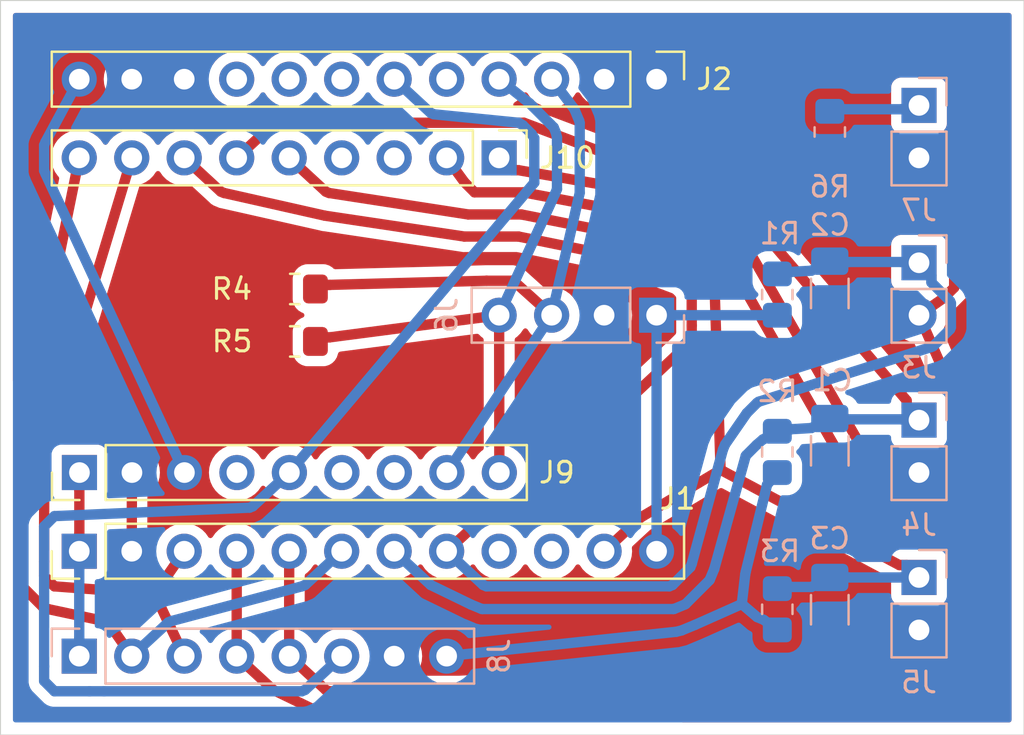
<source format=kicad_pcb>
(kicad_pcb (version 20240108) (generator "pcbnew") (generator_version "8.0")
  (layers (0 "F.Cu" signal) (31 "B.Cu" signal) (34 "B.Paste" user) (35 "F.Paste" user) (36 "B.SilkS" user "B.Silkscreen") (37 "F.SilkS" user "F.Silkscreen") (38 "B.Mask" user) (39 "F.Mask" user) (44 "Edge.Cuts" user))
  (net 0 "")
  (net 1 "/THERM2")
  (net 2 "GND")
  (net 3 "/THERM1")
  (net 4 "/THERM3")
  (net 6 "/GPIO25_8")
  (net 7 "+5V")
  (net 11 "/GPIO27_RX")
  (net 12 "/GPIO26_7")
  (net 14 "/GPIO33_TX")
  (net 15 "+3.3V")
  (net 16 "/GPIO2")
  (net 17 "/SDA")
  (net 19 "/SCL")
  (net 20 "/SSR")
  (net 21 "/GPIO3")
  (net 22 "/GPIO1")
  (net 23 "/GPIO4")
  (net 24 "/GPIO10")
  (net 25 "/GPIO9")
  (footprint "Resistor_SMD:R_0805_2012Metric_Pad1.20x1.40mm_HandSolder" (layer "F.Cu") (at 58.69 109.22)
    (property "Reference" "R4" (at -3.048 0 0) (layer "F.SilkS"))
    (property "Value" "4.7k")
    (pad "1" smd roundrect (at -1 0) (size 1.2 1.4) (layers "F.Cu" "F.Paste" "F.Mask") (roundrect_rratio 0.208333) (net 15 "+3.3V"))
    (pad "2" smd roundrect (at 1 0) (size 1.2 1.4) (layers "F.Cu" "F.Paste" "F.Mask") (roundrect_rratio 0.208333) (net 17 "/SDA"))
  )
  (footprint "Connector_PinHeader_2.54mm:PinHeader_1x09_P2.54mm_Vertical" (layer "F.Cu") (at 48.27 118.11 90)
    (property "Reference" "J9" (at 0 23.104 180) (layer "F.SilkS"))
    (property "Value" "S3-ZERO-POWERSIDE")
    (pad "1" thru_hole rect (at 0 0 90) (size 1.7 1.7) (drill 1) (layers "*.Cu" "*.Mask") (net 7 "+5V"))
    (pad "2" thru_hole oval (at 0 2.54 90) (size 1.7 1.7) (drill 1) (layers "*.Cu" "*.Mask") (net 2 "GND"))
    (pad "3" thru_hole oval (at 0 5.08 90) (size 1.7 1.7) (drill 1) (layers "*.Cu" "*.Mask") (net 15 "+3.3V"))
    (pad "4" thru_hole oval (at 0 7.62 90) (size 1.7 1.7) (drill 1) (layers "*.Cu" "*.Mask") (net 22 "/GPIO1"))
    (pad "5" thru_hole oval (at 0 10.16 90) (size 1.7 1.7) (drill 1) (layers "*.Cu" "*.Mask") (net 16 "/GPIO2"))
    (pad "6" thru_hole oval (at 0 12.7 90) (size 1.7 1.7) (drill 1) (layers "*.Cu" "*.Mask") (net 21 "/GPIO3"))
    (pad "7" thru_hole oval (at 0 15.24 90) (size 1.7 1.7) (drill 1) (layers "*.Cu" "*.Mask") (net 23 "/GPIO4"))
    (pad "8" thru_hole oval (at 0 17.78 90) (size 1.7 1.7) (drill 1) (layers "*.Cu" "*.Mask") (net 17 "/SDA"))
    (pad "9" thru_hole oval (at 0 20.32 90) (size 1.7 1.7) (drill 1) (layers "*.Cu" "*.Mask") (net 19 "/SCL"))
  )
  (footprint "Connector_PinHeader_2.54mm:PinHeader_1x12_P2.54mm_Vertical" (layer "F.Cu") (at 76.2 99.06 -90)
    (property "Reference" "J2" (at 0 -2.794 0) (layer "F.SilkS"))
    (property "Value" "T Display Empty Side")
    (pad "1" thru_hole rect (at 0 0 270) (size 1.7 1.7) (drill 1) (layers "*.Cu" "*.Mask") (net 2 "GND"))
    (pad "2" thru_hole oval (at 0 2.54 270) (size 1.7 1.7) (drill 1) (layers "*.Cu" "*.Mask") (net 2 "GND"))
    (pad "3" thru_hole oval (at 0 5.08 270) (size 1.7 1.7) (drill 1) (layers "*.Cu" "*.Mask") (net 17 "/SDA"))
    (pad "4" thru_hole oval (at 0 7.62 270) (size 1.7 1.7) (drill 1) (layers "*.Cu" "*.Mask") (net 19 "/SCL"))
    (pad "5" thru_hole oval (at 0 10.16 270) (size 1.7 1.7) (drill 1) (layers "*.Cu" "*.Mask"))
    (pad "6" thru_hole oval (at 0 12.7 270) (size 1.7 1.7) (drill 1) (layers "*.Cu" "*.Mask") (net 16 "/GPIO2"))
    (pad "7" thru_hole oval (at 0 15.24 270) (size 1.7 1.7) (drill 1) (layers "*.Cu" "*.Mask"))
    (pad "8" thru_hole oval (at 0 17.78 270) (size 1.7 1.7) (drill 1) (layers "*.Cu" "*.Mask"))
    (pad "9" thru_hole oval (at 0 20.32 270) (size 1.7 1.7) (drill 1) (layers "*.Cu" "*.Mask"))
    (pad "10" thru_hole oval (at 0 22.86 270) (size 1.7 1.7) (drill 1) (layers "*.Cu" "*.Mask") (net 2 "GND"))
    (pad "11" thru_hole oval (at 0 25.4 270) (size 1.7 1.7) (drill 1) (layers "*.Cu" "*.Mask") (net 2 "GND"))
    (pad "12" thru_hole oval (at 0 27.94 270) (size 1.7 1.7) (drill 1) (layers "*.Cu" "*.Mask") (net 15 "+3.3V"))
  )
  (footprint "Connector_PinHeader_2.54mm:PinHeader_1x12_P2.54mm_Vertical" (layer "F.Cu") (at 48.26 121.92 90)
    (property "Reference" "J1" (at 2.54 28.956 180) (layer "F.SilkS"))
    (property "Value" "T Display RST Side")
    (pad "1" thru_hole rect (at 0 0 90) (size 1.7 1.7) (drill 1) (layers "*.Cu" "*.Mask") (net 7 "+5V"))
    (pad "2" thru_hole oval (at 0 2.54 90) (size 1.7 1.7) (drill 1) (layers "*.Cu" "*.Mask") (net 2 "GND"))
    (pad "3" thru_hole oval (at 0 5.08 90) (size 1.7 1.7) (drill 1) (layers "*.Cu" "*.Mask") (net 11 "/GPIO27_RX"))
    (pad "4" thru_hole oval (at 0 7.62 90) (size 1.7 1.7) (drill 1) (layers "*.Cu" "*.Mask") (net 12 "/GPIO26_7"))
    (pad "5" thru_hole oval (at 0 10.16 90) (size 1.7 1.7) (drill 1) (layers "*.Cu" "*.Mask") (net 6 "/GPIO25_8"))
    (pad "6" thru_hole oval (at 0 12.7 90) (size 1.7 1.7) (drill 1) (layers "*.Cu" "*.Mask") (net 14 "/GPIO33_TX"))
    (pad "7" thru_hole oval (at 0 15.24 90) (size 1.7 1.7) (drill 1) (layers "*.Cu" "*.Mask") (net 1 "/THERM2"))
    (pad "8" thru_hole oval (at 0 17.78 90) (size 1.7 1.7) (drill 1) (layers "*.Cu" "*.Mask") (net 3 "/THERM1"))
    (pad "9" thru_hole oval (at 0 20.32 90) (size 1.7 1.7) (drill 1) (layers "*.Cu" "*.Mask"))
    (pad "10" thru_hole oval (at 0 22.86 90) (size 1.7 1.7) (drill 1) (layers "*.Cu" "*.Mask"))
    (pad "11" thru_hole oval (at 0 25.4 90) (size 1.7 1.7) (drill 1) (layers "*.Cu" "*.Mask") (net 4 "/THERM3"))
    (pad "12" thru_hole oval (at 0 27.94 90) (size 1.7 1.7) (drill 1) (layers "*.Cu" "*.Mask") (net 15 "+3.3V"))
  )
  (footprint "Connector_PinHeader_2.54mm:PinHeader_1x09_P2.54mm_Vertical" (layer "F.Cu") (at 68.58 102.87 -90)
    (property "Reference" "J10" (at 0 -3.302 0) (layer "F.SilkS"))
    (property "Value" "S3-ZERO-SERIALSIDE")
    (pad "1" thru_hole rect (at 0 0 270) (size 1.7 1.7) (drill 1) (layers "*.Cu" "*.Mask") (net 12 "/GPIO26_7"))
    (pad "2" thru_hole oval (at 0 2.54 270) (size 1.7 1.7) (drill 1) (layers "*.Cu" "*.Mask") (net 6 "/GPIO25_8"))
    (pad "3" thru_hole oval (at 0 5.08 270) (size 1.7 1.7) (drill 1) (layers "*.Cu" "*.Mask") (net 25 "/GPIO9"))
    (pad "4" thru_hole oval (at 0 7.62 270) (size 1.7 1.7) (drill 1) (layers "*.Cu" "*.Mask") (net 24 "/GPIO10"))
    (pad "5" thru_hole oval (at 0 10.16 270) (size 1.7 1.7) (drill 1) (layers "*.Cu" "*.Mask") (net 4 "/THERM3"))
    (pad "6" thru_hole oval (at 0 12.7 270) (size 1.7 1.7) (drill 1) (layers "*.Cu" "*.Mask") (net 1 "/THERM2"))
    (pad "7" thru_hole oval (at 0 15.24 270) (size 1.7 1.7) (drill 1) (layers "*.Cu" "*.Mask") (net 3 "/THERM1"))
    (pad "8" thru_hole oval (at 0 17.78 270) (size 1.7 1.7) (drill 1) (layers "*.Cu" "*.Mask") (net 11 "/GPIO27_RX"))
    (pad "9" thru_hole oval (at 0 20.32 270) (size 1.7 1.7) (drill 1) (layers "*.Cu" "*.Mask") (net 14 "/GPIO33_TX"))
  )
  (footprint "Resistor_SMD:R_0805_2012Metric_Pad1.20x1.40mm_HandSolder" (layer "F.Cu") (at 58.69 111.76)
    (property "Reference" "R5" (at -3.032 0 0) (layer "F.SilkS"))
    (property "Value" "4.7k")
    (pad "1" smd roundrect (at -1 0) (size 1.2 1.4) (layers "F.Cu" "F.Paste" "F.Mask") (roundrect_rratio 0.208333) (net 15 "+3.3V"))
    (pad "2" smd roundrect (at 1 0) (size 1.2 1.4) (layers "F.Cu" "F.Paste" "F.Mask") (roundrect_rratio 0.208333) (net 19 "/SCL"))
  )
  (footprint "Capacitor_SMD:C_1206_3216Metric_Pad1.33x1.80mm_HandSolder" (layer "B.Cu") (at 84.582 109.4355 -90)
    (property "Reference" "C2" (at -3.318 0 0) (layer "B.SilkS") (effects (justify mirror)))
    (property "Value" "10uf")
    (pad "1" smd roundrect (at -1.5625 0 270) (size 1.325 1.8) (layers "B.Cu" "B.Paste" "B.Mask") (roundrect_rratio 0.188679) (net 3 "/THERM1"))
    (pad "2" smd roundrect (at 1.5625 0 270) (size 1.325 1.8) (layers "B.Cu" "B.Paste" "B.Mask") (roundrect_rratio 0.188679) (net 2 "GND"))
  )
  (footprint "Connector_PinHeader_2.54mm:PinHeader_1x08_P2.54mm_Vertical" (layer "B.Cu") (at 48.26 127 -90)
    (property "Reference" "J8" (at 0 -20.32 90) (layer "B.SilkS") (effects (justify mirror)))
    (property "Value" "Breakout")
    (pad "1" thru_hole rect (at 0 0 270) (size 1.7 1.7) (drill 1) (layers "*.Cu" "*.Mask") (net 7 "+5V"))
    (pad "2" thru_hole oval (at 0 -2.54 270) (size 1.7 1.7) (drill 1) (layers "*.Cu" "*.Mask") (net 14 "/GPIO33_TX"))
    (pad "3" thru_hole oval (at 0 -5.08 270) (size 1.7 1.7) (drill 1) (layers "*.Cu" "*.Mask") (net 11 "/GPIO27_RX"))
    (pad "4" thru_hole oval (at 0 -7.62 270) (size 1.7 1.7) (drill 1) (layers "*.Cu" "*.Mask") (net 12 "/GPIO26_7"))
    (pad "5" thru_hole oval (at 0 -10.16 270) (size 1.7 1.7) (drill 1) (layers "*.Cu" "*.Mask") (net 6 "/GPIO25_8"))
    (pad "6" thru_hole oval (at 0 -12.7 270) (size 1.7 1.7) (drill 1) (layers "*.Cu" "*.Mask") (net 16 "/GPIO2"))
    (pad "7" thru_hole oval (at 0 -15.24 270) (size 1.7 1.7) (drill 1) (layers "*.Cu" "*.Mask") (net 2 "GND"))
    (pad "8" thru_hole oval (at 0 -17.78 270) (size 1.7 1.7) (drill 1) (layers "*.Cu" "*.Mask") (net 15 "+3.3V"))
  )
  (footprint "Connector_PinHeader_2.54mm:PinHeader_1x02_P2.54mm_Vertical" (layer "B.Cu") (at 88.9 123.19 180)
    (property "Reference" "J5" (at 0 -5.08 0) (layer "B.SilkS") (effects (justify mirror)))
    (property "Value" "T3")
    (pad "1" thru_hole rect (at 0 0 180) (size 1.7 1.7) (drill 1) (layers "*.Cu" "*.Mask") (net 4 "/THERM3"))
    (pad "2" thru_hole oval (at 0 -2.54 180) (size 1.7 1.7) (drill 1) (layers "*.Cu" "*.Mask") (net 2 "GND"))
  )
  (footprint "Connector_PinHeader_2.54mm:PinHeader_1x02_P2.54mm_Vertical" (layer "B.Cu") (at 88.9 115.57 180)
    (property "Reference" "J4" (at 0 -5.08 0) (layer "B.SilkS") (effects (justify mirror)))
    (property "Value" "T2")
    (pad "1" thru_hole rect (at 0 0 180) (size 1.7 1.7) (drill 1) (layers "*.Cu" "*.Mask") (net 1 "/THERM2"))
    (pad "2" thru_hole oval (at 0 -2.54 180) (size 1.7 1.7) (drill 1) (layers "*.Cu" "*.Mask") (net 2 "GND"))
  )
  (footprint "Connector_PinHeader_2.54mm:PinHeader_1x04_P2.54mm_Vertical" (layer "B.Cu") (at 76.2 110.49 90)
    (property "Reference" "J6" (at 0 -10.16 90) (layer "B.SilkS") (effects (justify mirror)))
    (property "Value" "I2C")
    (pad "1" thru_hole rect (at 0 0 90) (size 1.7 1.7) (drill 1) (layers "*.Cu" "*.Mask") (net 15 "+3.3V"))
    (pad "2" thru_hole oval (at 0 -2.54 90) (size 1.7 1.7) (drill 1) (layers "*.Cu" "*.Mask") (net 2 "GND"))
    (pad "3" thru_hole oval (at 0 -5.08 90) (size 1.7 1.7) (drill 1) (layers "*.Cu" "*.Mask") (net 17 "/SDA"))
    (pad "4" thru_hole oval (at 0 -7.62 90) (size 1.7 1.7) (drill 1) (layers "*.Cu" "*.Mask") (net 19 "/SCL"))
  )
  (footprint "Capacitor_SMD:C_1206_3216Metric_Pad1.33x1.80mm_HandSolder" (layer "B.Cu") (at 84.582 124.7525 -90)
    (property "Reference" "C3" (at -3.445 0 0) (layer "B.SilkS") (effects (justify mirror)))
    (property "Value" "10uf")
    (pad "1" smd roundrect (at -1.5625 0 270) (size 1.325 1.8) (layers "B.Cu" "B.Paste" "B.Mask") (roundrect_rratio 0.188679) (net 4 "/THERM3"))
    (pad "2" smd roundrect (at 1.5625 0 270) (size 1.325 1.8) (layers "B.Cu" "B.Paste" "B.Mask") (roundrect_rratio 0.188679) (net 2 "GND"))
  )
  (footprint "Resistor_SMD:R_0805_2012Metric_Pad1.20x1.40mm_HandSolder" (layer "B.Cu") (at 82.042 117.11 -90)
    (property "Reference" "R2" (at -2.937 0 0) (layer "B.SilkS") (effects (justify mirror)))
    (property "Value" "2k")
    (pad "1" smd roundrect (at -1 0 270) (size 1.2 1.4) (layers "B.Cu" "B.Paste" "B.Mask") (roundrect_rratio 0.208333) (net 1 "/THERM2"))
    (pad "2" smd roundrect (at 1 0 270) (size 1.2 1.4) (layers "B.Cu" "B.Paste" "B.Mask") (roundrect_rratio 0.208333) (net 15 "+3.3V"))
  )
  (footprint "Resistor_SMD:R_0805_2012Metric_Pad1.20x1.40mm_HandSolder" (layer "B.Cu") (at 82.042 109.49 -90)
    (property "Reference" "R1" (at -2.953 -0.127 0) (layer "B.SilkS") (effects (justify mirror)))
    (property "Value" "1k")
    (pad "1" smd roundrect (at -1 0 270) (size 1.2 1.4) (layers "B.Cu" "B.Paste" "B.Mask") (roundrect_rratio 0.208333) (net 3 "/THERM1"))
    (pad "2" smd roundrect (at 1 0 270) (size 1.2 1.4) (layers "B.Cu" "B.Paste" "B.Mask") (roundrect_rratio 0.208333) (net 15 "+3.3V"))
  )
  (footprint "Connector_PinHeader_2.54mm:PinHeader_1x02_P2.54mm_Vertical" (layer "B.Cu") (at 88.9 100.33 180)
    (property "Reference" "J7" (at 0 -5.08 0) (layer "B.SilkS") (effects (justify mirror)))
    (property "Value" "SSR")
    (pad "1" thru_hole rect (at 0 0 180) (size 1.7 1.7) (drill 1) (layers "*.Cu" "*.Mask") (net 20 "/SSR"))
    (pad "2" thru_hole oval (at 0 -2.54 180) (size 1.7 1.7) (drill 1) (layers "*.Cu" "*.Mask") (net 2 "GND"))
  )
  (footprint "Resistor_SMD:R_0805_2012Metric_Pad1.20x1.40mm_HandSolder" (layer "B.Cu") (at 82.042 124.73 -90)
    (property "Reference" "R3" (at -2.81 -0.127 0) (layer "B.SilkS") (effects (justify mirror)))
    (property "Value" "5k")
    (pad "1" smd roundrect (at -1 0 270) (size 1.2 1.4) (layers "B.Cu" "B.Paste" "B.Mask") (roundrect_rratio 0.208333) (net 4 "/THERM3"))
    (pad "2" smd roundrect (at 1 0 270) (size 1.2 1.4) (layers "B.Cu" "B.Paste" "B.Mask") (roundrect_rratio 0.208333) (net 15 "+3.3V"))
  )
  (footprint "Resistor_SMD:R_0805_2012Metric_Pad1.20x1.40mm_HandSolder" (layer "B.Cu") (at 84.582 101.616 90)
    (property "Reference" "R6" (at -2.651 0 0) (layer "B.SilkS") (effects (justify mirror)))
    (property "Value" "4.7k")
    (pad "1" smd roundrect (at -1 0 90) (size 1.2 1.4) (layers "B.Cu" "B.Paste" "B.Mask") (roundrect_rratio 0.208333) (net 2 "GND"))
    (pad "2" smd roundrect (at 1 0 90) (size 1.2 1.4) (layers "B.Cu" "B.Paste" "B.Mask") (roundrect_rratio 0.208333) (net 20 "/SSR"))
  )
  (footprint "Capacitor_SMD:C_1206_3216Metric_Pad1.33x1.80mm_HandSolder" (layer "B.Cu") (at 84.582 117.0555 -90)
    (property "Reference" "C1" (at -3.4065 -0.127 0) (layer "B.SilkS") (effects (justify mirror)))
    (property "Value" "10uf")
    (pad "1" smd roundrect (at -1.5625 0 270) (size 1.325 1.8) (layers "B.Cu" "B.Paste" "B.Mask") (roundrect_rratio 0.188679) (net 1 "/THERM2"))
    (pad "2" smd roundrect (at 1.5625 0 270) (size 1.325 1.8) (layers "B.Cu" "B.Paste" "B.Mask") (roundrect_rratio 0.188679) (net 2 "GND"))
  )
  (footprint "Connector_PinHeader_2.54mm:PinHeader_1x02_P2.54mm_Vertical" (layer "B.Cu") (at 88.9 107.95 180)
    (property "Reference" "J3" (at 0 -5.08 0) (layer "B.SilkS") (effects (justify mirror)))
    (property "Value" "T1")
    (pad "1" thru_hole rect (at 0 0 180) (size 1.7 1.7) (drill 1) (layers "*.Cu" "*.Mask") (net 3 "/THERM1"))
    (pad "2" thru_hole oval (at 0 -2.54 180) (size 1.7 1.7) (drill 1) (layers "*.Cu" "*.Mask") (net 2 "GND"))
  )
  (gr_line (start 44.45 95.25) (end 44.45 130.81) (stroke (width 0.05)) (layer "Edge.Cuts"))
  (gr_line (start 93.98 130.81) (end 93.98 95.25) (stroke (width 0.05)) (layer "Edge.Cuts"))
  (gr_line (start 93.98 95.25) (end 44.45 95.25) (stroke (width 0.05)) (layer "Edge.Cuts"))
  (gr_line (start 44.45 130.81) (end 93.98 130.81) (stroke (width 0.05)) (layer "Edge.Cuts"))
  (segment (start 88.3 114.6164) (end 88.3 114.72) (width 0.5) (layer "F.Cu") (net 1))
  (segment (start 79.525 104.8691) (end 79.965 105.1325) (width 0.5) (layer "F.Cu") (net 1))
  (segment (start 79.5132 104.863) (end 79.525 104.8691) (width 0.5) (layer "F.Cu") (net 1))
  (segment (start 88.3 114.72) (end 88.3 114.97) (width 0.5) (layer "F.Cu") (net 1))
  (segment (start 81.5445 106.7071) (end 88.3 114.6164) (width 0.5) (layer "F.Cu") (net 1))
  (segment (start 79.9829 105.1455) (end 81.5445 106.7071) (width 0.5) (layer "F.Cu") (net 1))
  (segment (start 57.649 101.2352) (end 57.8063 101.17) (width 0.5) (layer "F.Cu") (net 1))
  (segment (start 67.3779 101.17) (end 68.0821 101.17) (width 0.5) (layer "F.Cu") (net 1))
  (segment (start 69.7821 101.17) (end 78.6912 104.5223) (width 0.5) (layer "F.Cu") (net 1))
  (segment (start 55.88 102.87) (end 57.649 101.2352) (width 0.5) (layer "F.Cu") (net 1))
  (segment (start 68.0821 101.17) (end 69.7821 101.17) (width 0.5) (layer "F.Cu") (net 1))
  (segment (start 78.6912 104.5223) (end 79.5132 104.863) (width 0.5) (layer "F.Cu") (net 1))
  (segment (start 88.3 114.97) (end 88.9 115.57) (width 0.5) (layer "F.Cu") (net 1))
  (segment (start 79.965 105.1325) (end 79.9829 105.1455) (width 0.5) (layer "F.Cu") (net 1))
  (segment (start 57.8063 101.17) (end 67.3779 101.17) (width 0.5) (layer "F.Cu") (net 1))
  (segment (start 78.9875 122.7842) (end 78.7801 123.2843) (width 0.5) (layer "B.Cu") (net 1))
  (segment (start 82.042 116.11) (end 81.3506 116.508) (width 0.5) (layer "B.Cu") (net 1))
  (segment (start 88.05 115.5315) (end 85.483 115.5315) (width 0.5) (layer "B.Cu") (net 1))
  (segment (start 78.7801 123.2843) (end 78.7538 123.3282) (width 0.5) (layer "B.Cu") (net 1))
  (segment (start 67.7655 124.72) (end 67.7158 124.7075) (width 0.5) (layer "B.Cu") (net 1))
  (segment (start 81.3506 116.508) (end 81.3403 116.508) (width 0.5) (layer "B.Cu") (net 1))
  (segment (start 77.0145 124.72) (end 75.3855 124.72) (width 0.5) (layer "B.Cu") (net 1))
  (segment (start 80.5102 117.3119) (end 78.9875 122.7842) (width 0.5) (layer "B.Cu") (net 1))
  (segment (start 88.3 115.5315) (end 88.05 115.5315) (width 0.5) (layer "B.Cu") (net 1))
  (segment (start 80.5374 117.2712) (end 80.5102 117.3119) (width 0.5) (layer "B.Cu") (net 1))
  (segment (start 81.3403 116.508) (end 81.0353 116.7733) (width 0.5) (layer "B.Cu") (net 1))
  (segment (start 78.7538 123.3282) (end 77.6082 124.4738) (width 0.5) (layer "B.Cu") (net 1))
  (segment (start 65.269 123.5548) (end 63.5 121.92) (width 0.5) (layer "B.Cu") (net 1))
  (segment (start 77.5643 124.5001) (end 77.0642 124.7075) (width 0.5) (layer "B.Cu") (net 1))
  (segment (start 81.0353 116.7733) (end 80.5374 117.2712) (width 0.5) (layer "B.Cu") (net 1))
  (segment (start 67.2157 124.5001) (end 65.269 123.5548) (width 0.5) (layer "B.Cu") (net 1))
  (segment (start 82.493 116.01) (end 82.042 116.11) (width 0.5) (layer "B.Cu") (net 1))
  (segment (start 88.9 115.57) (end 88.3 115.5315) (width 0.5) (layer "B.Cu") (net 1))
  (segment (start 75.3855 124.72) (end 67.7655 124.72) (width 0.5) (layer "B.Cu") (net 1))
  (segment (start 82.743 116.01) (end 82.493 116.01) (width 0.5) (layer "B.Cu") (net 1))
  (segment (start 83.6906 115.9535) (end 82.743 116.01) (width 0.5) (layer "B.Cu") (net 1))
  (segment (start 84.582 115.493) (end 83.6906 115.9535) (width 0.5) (layer "B.Cu") (net 1))
  (segment (start 77.0642 124.7075) (end 77.0145 124.72) (width 0.5) (layer "B.Cu") (net 1))
  (segment (start 77.6082 124.4738) (end 77.5643 124.5001) (width 0.5) (layer "B.Cu") (net 1))
  (segment (start 67.7158 124.7075) (end 67.2157 124.5001) (width 0.5) (layer "B.Cu") (net 1))
  (segment (start 85.483 115.5315) (end 85.233 115.5315) (width 0.5) (layer "B.Cu") (net 1))
  (segment (start 85.233 115.5315) (end 84.582 115.493) (width 0.5) (layer "B.Cu") (net 1))
  (segment (start 90.6 106.7479) (end 88.9 102.87) (width 0.5) (layer "F.Cu") (net 2))
  (segment (start 88.9 110.49) (end 90.1021 109.65) (width 0.5) (layer "F.Cu") (net 2))
  (segment (start 90.1021 109.65) (end 90.6 109.1521) (width 0.5) (layer "F.Cu") (net 2))
  (segment (start 88.9 110.49) (end 90.6 114.3679) (width 0.5) (layer "F.Cu") (net 2))
  (segment (start 90.6 116.7721) (end 90.1021 117.27) (width 0.5) (layer "F.Cu") (net 2))
  (segment (start 90.6 108.4479) (end 90.6 106.7479) (width 0.5) (layer "F.Cu") (net 2))
  (segment (start 90.1021 117.27) (end 88.9 118.11) (width 0.5) (layer "F.Cu") (net 2))
  (segment (start 50.8 121.92) (end 50.81 118.11) (width 0.5) (layer "F.Cu") (net 2))
  (segment (start 90.6 109.1521) (end 90.6 108.4479) (width 0.5) (layer "F.Cu") (net 2))
  (segment (start 90.6 114.3679) (end 90.6 116.0679) (width 0.5) (layer "F.Cu") (net 2))
  (segment (start 90.6 116.0679) (end 90.6 116.7721) (width 0.5) (layer "F.Cu") (net 2))
  (segment (start 90.1021 124.89) (end 90.6 124.3921) (width 0.5) (layer "B.Cu") (net 2))
  (segment (start 55.2663 97.36) (end 55.109 97.4252) (width 0.5) (layer "B.Cu") (net 2))
  (segment (start 45.46 103.6845) (end 45.4725 103.7342) (width 0.5) (layer "B.Cu") (net 2))
  (segment (start 85.483 126.1525) (end 85.233 126.1525) (width 0.5) (layer "B.Cu") (net 2))
  (segment (start 85.3866 102.716) (end 85.283 102.716) (width 0.5) (layer "B.Cu") (net 2))
  (segment (start 85.5866 110.8355) (end 85.483 110.8355) (width 0.5) (layer "B.Cu") (net 2))
  (segment (start 85.283 102.716) (end 85.033 102.716) (width 0.5) (layer "B.Cu") (net 2))
  (segment (start 73.66 99.06) (end 71.891 97.4252) (width 0.5) (layer "B.Cu") (net 2))
  (segment (start 45.46 102.0555) (end 45.46 103.6845) (width 0.5) (layer "B.Cu") (net 2))
  (segment (start 84.582 102.616) (end 83.8906 102.218) (width 0.5) (layer "B.Cu") (net 2))
  (segment (start 85.483 118.4555) (end 85.5866 118.4555) (width 0.5) (layer "B.Cu") (net 2))
  (segment (start 83.8803 102.218) (end 77.1536 99.66) (width 0.5) (layer "B.Cu") (net 2))
  (segment (start 53.34 99.06) (end 50.8 99.06) (width 0.5) (layer "B.Cu") (net 2))
  (segment (start 88.9 102.87) (end 85.3866 102.716) (width 0.5) (layer "B.Cu") (net 2))
  (segment (start 85.483 110.8355) (end 85.233 110.8355) (width 0.5) (layer "B.Cu") (net 2))
  (segment (start 83.6906 126.7755) (end 84.582 126.315) (width 0.5) (layer "B.Cu") (net 2))
  (segment (start 90.6 121.9879) (end 88.9 118.11) (width 0.5) (layer "B.Cu") (net 2))
  (segment (start 77.05 99.66) (end 76.8 99.66) (width 0.5) (layer "B.Cu") (net 2))
  (segment (start 85.033 102.716) (end 84.582 102.616) (width 0.5) (layer "B.Cu") (net 2))
  (segment (start 48.8737 97.36) (end 47.6463 97.36) (width 0.5) (layer "B.Cu") (net 2))
  (segment (start 85.233 126.1525) (end 84.582 126.315) (width 0.5) (layer "B.Cu") (net 2))
  (segment (start 65.4263 128.7) (end 66.6537 128.7) (width 0.5) (layer "B.Cu") (net 2))
  (segment (start 76.2 99.06) (end 75.6 99.06) (width 0.5) (layer "B.Cu") (net 2))
  (segment (start 49.031 97.4252) (end 48.8737 97.36) (width 0.5) (layer "B.Cu") (net 2))
  (segment (start 88.9 125.73) (end 85.5866 126.1525) (width 0.5) (layer "B.Cu") (net 2))
  (segment (start 45.4725 103.7342) (end 50.81 118.11) (width 0.5) (layer "B.Cu") (net 2))
  (segment (start 45.4725 102.0058) (end 45.46 102.0555) (width 0.5) (layer "B.Cu") (net 2))
  (segment (start 75.6 99.66) (end 76.2 99.06) (width 0.5) (layer "B.Cu") (net 2))
  (segment (start 83.6803 126.7755) (end 83.6906 126.7755) (width 0.5) (layer "B.Cu") (net 2))
  (segment (start 83.8906 102.218) (end 83.8803 102.218) (width 0.5) (layer "B.Cu") (net 2))
  (segment (start 46.6252 98.289) (end 46.56 98.4463) (width 0.5) (layer "B.Cu") (net 2))
  (segment (start 85.233 110.8355) (end 84.582 110.998) (width 0.5) (layer "B.Cu") (net 2))
  (segment (start 85.5866 118.4555) (end 88.9 118.11) (width 0.5) (layer "B.Cu") (net 2))
  (segment (start 85.5866 126.1525) (end 85.483 126.1525) (width 0.5) (layer "B.Cu") (net 2))
  (segment (start 46.56 98.4463) (end 45.4725 102.0058) (width 0.5) (layer "B.Cu") (net 2))
  (segment (start 76.8 99.66) (end 76.2 99.06) (width 0.5) (layer "B.Cu") (net 2))
  (segment (start 88.9 110.49) (end 85.5866 110.8355) (width 0.5) (layer "B.Cu") (net 2))
  (segment (start 66.6537 128.7) (end 82.8441 127.181) (width 0.5) (layer "B.Cu") (net 2))
  (segment (start 63.5 127) (end 65.269 128.6348) (width 0.5) (layer "B.Cu") (net 2))
  (segment (start 47.6463 97.36) (end 47.489 97.4252) (width 0.5) (layer "B.Cu") (net 2))
  (segment (start 82.9401 127.1618) (end 83.6803 126.7755) (width 0.5) (layer "B.Cu") (net 2))
  (segment (start 65.269 128.6348) (end 65.4263 128.7) (width 0.5) (layer "B.Cu") (net 2))
  (segment (start 71.7337 97.36) (end 56.4937 97.36) (width 0.5) (layer "B.Cu") (net 2))
  (segment (start 47.489 97.4252) (end 46.6252 98.289) (width 0.5) (layer "B.Cu") (net 2))
  (segment (start 77.1536 99.66) (end 77.05 99.66) (width 0.5) (layer "B.Cu") (net 2))
  (segment (start 75.6 99.06) (end 75.35 99.06) (width 0.5) (layer "B.Cu") (net 2))
  (segment (start 73.66 110.49) (end 75.6 100.0136) (width 0.5) (layer "B.Cu") (net 2))
  (segment (start 90.6 124.3921) (end 90.6 123.6879) (width 0.5) (layer "B.Cu") (net 2))
  (segment (start 75.6 99.91) (end 75.6 99.66) (width 0.5) (layer "B.Cu") (net 2))
  (segment (start 55.109 97.4252) (end 53.34 99.06) (width 0.5) (layer "B.Cu") (net 2))
  (segment (start 71.891 97.4252) (end 71.7337 97.36) (width 0.5) (layer "B.Cu") (net 2))
  (segment (start 50.8 99.06) (end 49.031 97.4252) (width 0.5) (layer "B.Cu") (net 2))
  (segment (start 85.233 118.4555) (end 85.483 118.4555) (width 0.5) (layer "B.Cu") (net 2))
  (segment (start 75.35 99.06) (end 73.66 99.06) (width 0.5) (layer "B.Cu") (net 2))
  (segment (start 75.6 100.0136) (end 75.6 99.91) (width 0.5) (layer "B.Cu") (net 2))
  (segment (start 56.4937 97.36) (end 55.2663 97.36) (width 0.5) (layer "B.Cu") (net 2))
  (segment (start 82.8441 127.181) (end 82.9401 127.1618) (width 0.5) (layer "B.Cu") (net 2))
  (segment (start 84.582 118.618) (end 85.233 118.4555) (width 0.5) (layer "B.Cu") (net 2))
  (segment (start 88.9 125.73) (end 90.1021 124.89) (width 0.5) (layer "B.Cu") (net 2))
  (segment (start 90.6 123.6879) (end 90.6 121.9879) (width 0.5) (layer "B.Cu") (net 2))
  (segment (start 77.9 110.9879) (end 77.9 109.2879) (width 0.5) (layer "F.Cu") (net 3))
  (segment (start 77.9 111.6921) (end 77.9 110.9879) (width 0.5) (layer "F.Cu") (net 3))
  (segment (start 74.4745 107.69) (end 69.5193 106.68) (width 0.5) (layer "F.Cu") (net 3))
  (segment (start 67.809 120.2852) (end 67.9663 120.22) (width 0.5) (layer "F.Cu") (net 3))
  (segment (start 77.4021 108.79) (end 74.5242 107.7025) (width 0.5) (layer "F.Cu") (net 3))
  (segment (start 55.2663 104.57) (end 55.109 104.5048) (width 0.5) (layer "F.Cu") (net 3))
  (segment (start 77.4021 112.19) (end 77.9 111.6921) (width 0.5) (layer "F.Cu") (net 3))
  (segment (start 67.9663 120.22) (end 69.2037 119.81) (width 0.5) (layer "F.Cu") (net 3))
  (segment (start 69.5193 106.68) (end 66.8958 106.68) (width 0.5) (layer "F.Cu") (net 3))
  (segment (start 77.9 109.2879) (end 77.4021 108.79) (width 0.5) (layer "F.Cu") (net 3))
  (segment (start 69.2037 119.81) (end 69.361 119.7448) (width 0.5) (layer "F.Cu") (net 3))
  (segment (start 74.5242 107.7025) (end 74.4745 107.69) (width 0.5) (layer "F.Cu") (net 3))
  (segment (start 66.8958 106.68) (end 60.1455 105.67) (width 0.5) (layer "F.Cu") (net 3))
  (segment (start 60.1455 105.67) (end 55.2663 104.57) (width 0.5) (layer "F.Cu") (net 3))
  (segment (start 55.109 104.5048) (end 53.34 102.87) (width 0.5) (layer "F.Cu") (net 3))
  (segment (start 69.361 119.7448) (end 77.4021 112.19) (width 0.5) (layer "F.Cu") (net 3))
  (segment (start 66.04 121.92) (end 67.809 120.2852) (width 0.5) (layer "F.Cu") (net 3))
  (segment (start 76.8137 123.62) (end 75.5863 123.62) (width 0.5) (layer "B.Cu") (net 3))
  (segment (start 88.3 107.9115) (end 88.05 107.9115) (width 0.5) (layer "B.Cu") (net 3))
  (segment (start 88.9 107.95) (end 89.5 108.55) (width 0.5) (layer "B.Cu") (net 3))
  (segment (start 90.4442 109.9073) (end 90.4442 111.0727) (width 0.5) (layer "B.Cu") (net 3))
  (segment (start 88.9 107.95) (end 88.3 107.9115) (width 0.5) (layer "B.Cu") (net 3))
  (segment (start 83.6906 108.3335) (end 82.743 108.39) (width 0.5) (layer "B.Cu") (net 3))
  (segment (start 76.971 123.5548) (end 76.8137 123.62) (width 0.5) (layer "B.Cu") (net 3))
  (segment (start 67.809 123.5548) (end 66.04 121.92) (width 0.5) (layer "B.Cu") (net 3))
  (segment (start 82.493 108.39) (end 82.042 108.49) (width 0.5) (layer "B.Cu") (net 3))
  (segment (start 77.8348 122.691) (end 76.971 123.5548) (width 0.5) (layer "B.Cu") (net 3))
  (segment (start 79.5134 116.7513) (end 79.4102 117.0005) (width 0.5) (layer "B.Cu") (net 3))
  (segment (start 88.05 107.9115) (end 85.483 107.9115) (width 0.5) (layer "B.Cu") (net 3))
  (segment (start 89.4827 112.0342) (end 81.1439 114.6782) (width 0.5) (layer "B.Cu") (net 3))
  (segment (start 90.4028 109.8072) (end 90.4442 109.9073) (width 0.5) (layer "B.Cu") (net 3))
  (segment (start 80.5646 115.2305) (end 79.5134 116.7513) (width 0.5) (layer "B.Cu") (net 3))
  (segment (start 89.5 108.9036) (end 90.4028 109.8072) (width 0.5) (layer "B.Cu") (net 3))
  (segment (start 90.4028 111.1728) (end 89.5828 111.9928) (width 0.5) (layer "B.Cu") (net 3))
  (segment (start 89.5 108.8) (end 89.5 108.9036) (width 0.5) (layer "B.Cu") (net 3))
  (segment (start 90.4442 111.0727) (end 90.4028 111.1728) (width 0.5) (layer "B.Cu") (net 3))
  (segment (start 82.743 108.39) (end 82.493 108.39) (width 0.5) (layer "B.Cu") (net 3))
  (segment (start 77.9 122.5337) (end 77.8348 122.691) (width 0.5) (layer "B.Cu") (net 3))
  (segment (start 85.483 107.9115) (end 85.233 107.9115) (width 0.5) (layer "B.Cu") (net 3))
  (segment (start 79.4102 117.0005) (end 77.9 122.5337) (width 0.5) (layer "B.Cu") (net 3))
  (segment (start 89.5 108.55) (end 89.5 108.8) (width 0.5) (layer "B.Cu") (net 3))
  (segment (start 67.9663 123.62) (end 67.809 123.5548) (width 0.5) (layer "B.Cu") (net 3))
  (segment (start 89.5828 111.9928) (end 89.4827 112.0342) (width 0.5) (layer "B.Cu") (net 3))
  (segment (start 75.5863 123.62) (end 67.9663 123.62) (width 0.5) (layer "B.Cu") (net 3))
  (segment (start 85.233 107.9115) (end 84.582 107.873) (width 0.5) (layer "B.Cu") (net 3))
  (segment (start 81.1439 114.6782) (end 81.0625 114.7326) (width 0.5) (layer "B.Cu") (net 3))
  (segment (start 81.0625 114.7326) (end 80.5646 115.2305) (width 0.5) (layer "B.Cu") (net 3))
  (segment (start 84.582 107.873) (end 83.6906 108.3335) (width 0.5) (layer "B.Cu") (net 3))
  (segment (start 88.05 122.59) (end 87.9464 122.59) (width 0.5) (layer "F.Cu") (net 4))
  (segment (start 60.189 104.5048) (end 60.3463 104.57) (width 0.5) (layer "F.Cu") (net 4))
  (segment (start 67.0785 105.61) (end 69.6515 105.61) (width 0.5) (layer "F.Cu") (net 4))
  (segment (start 88.9 123.19) (end 88.3 122.59) (width 0.5) (layer "F.Cu") (net 4))
  (segment (start 73.66 121.92) (end 75.429 120.2852) (width 0.5) (layer "F.Cu") (net 4))
  (segment (start 69.6515 105.61) (end 74.6104 106.59) (width 0.5) (layer "F.Cu") (net 4))
  (segment (start 79 108.9765) (end 79.2976 117.9763) (width 0.5) (layer "F.Cu") (net 4))
  (segment (start 88.3 122.59) (end 88.05 122.59) (width 0.5) (layer "F.Cu") (net 4))
  (segment (start 74.6104 106.59) (end 74.8704 106.6553) (width 0.5) (layer "F.Cu") (net 4))
  (segment (start 87.9464 122.59) (end 79.2976 117.9763) (width 0.5) (layer "F.Cu") (net 4))
  (segment (start 58.42 102.87) (end 60.189 104.5048) (width 0.5) (layer "F.Cu") (net 4))
  (segment (start 60.3463 104.57) (end 67.0785 105.61) (width 0.5) (layer "F.Cu") (net 4))
  (segment (start 74.8704 106.6553) (end 77.7135 107.69) (width 0.5) (layer "F.Cu") (net 4))
  (segment (start 77.9627 107.7932) (end 78.8968 108.7273) (width 0.5) (layer "F.Cu") (net 4))
  (segment (start 78.8968 108.7273) (end 79 108.9765) (width 0.5) (layer "F.Cu") (net 4))
  (segment (start 75.429 120.2852) (end 79.2976 117.9763) (width 0.5) (layer "F.Cu") (net 4))
  (segment (start 77.7135 107.69) (end 77.9627 107.7932) (width 0.5) (layer "F.Cu") (net 4))
  (segment (start 82.743 123.6505) (end 82.493 123.6505) (width 0.5) (layer "B.Cu") (net 4))
  (segment (start 84.582 123.19) (end 83.6906 123.6505) (width 0.5) (layer "B.Cu") (net 4))
  (segment (start 85.233 123.19) (end 84.582 123.19) (width 0.5) (layer "B.Cu") (net 4))
  (segment (start 88.05 123.19) (end 85.483 123.19) (width 0.5) (layer "B.Cu") (net 4))
  (segment (start 83.6906 123.6505) (end 82.743 123.6505) (width 0.5) (layer "B.Cu") (net 4))
  (segment (start 85.483 123.19) (end 85.233 123.19) (width 0.5) (layer "B.Cu") (net 4))
  (segment (start 88.3 123.19) (end 88.05 123.19) (width 0.5) (layer "B.Cu") (net 4))
  (segment (start 82.493 123.6505) (end 82.042 123.73) (width 0.5) (layer "B.Cu") (net 4))
  (segment (start 88.9 123.19) (end 88.3 123.19) (width 0.5) (layer "B.Cu") (net 4))
  (segment (start 75.2167 105.6081) (end 77.9929 106.6145) (width 0.5) (layer "F.Cu") (net 6))
  (segment (start 58.42 121.92) (end 58.42 127) (width 0.5) (layer "F.Cu") (net 6))
  (segment (start 79.8024 108.0768) (end 79.854 108.163) (width 0.5) (layer "F.Cu") (net 6))
  (segment (start 90.1021 121.49) (end 90.6 121.9879) (width 0.5) (layer "F.Cu") (net 6))
  (segment (start 78.6132 106.8876) (end 79.8024 108.0768) (width 0.5) (layer "F.Cu") (net 6))
  (segment (start 87.4918 120.6638) (end 87.5357 120.6901) (width 0.5) (layer "F.Cu") (net 6))
  (segment (start 74.7464 105.49) (end 75.2167 105.6081) (width 0.5) (layer "F.Cu") (net 6))
  (segment (start 90.6 126.3437) (end 90.5348 126.501) (width 0.5) (layer "F.Cu") (net 6))
  (segment (start 89.5137 127.43) (end 66.6537 128.7) (width 0.5) (layer "F.Cu") (net 6))
  (segment (start 66.91 104.0597) (end 67.3903 104.54) (width 0.5) (layer "F.Cu") (net 6))
  (segment (start 69.8541 104.5571) (end 74.7464 105.49) (width 0.5) (layer "F.Cu") (net 6))
  (segment (start 86.3199 119.4743) (end 86.3462 119.5182) (width 0.5) (layer "F.Cu") (net 6))
  (segment (start 87.5357 120.6901) (end 88.0358 120.8975) (width 0.5) (layer "F.Cu") (net 6))
  (segment (start 66.6537 128.7) (end 65.4263 128.7) (width 0.5) (layer "F.Cu") (net 6))
  (segment (start 88.0358 120.8975) (end 90.1021 121.49) (width 0.5) (layer "F.Cu") (net 6))
  (segment (start 78.527 106.836) (end 78.6132 106.8876) (width 0.5) (layer "F.Cu") (net 6))
  (segment (start 77.9929 106.6145) (end 78.527 106.836) (width 0.5) (layer "F.Cu") (net 6))
  (segment (start 90.6 121.9879) (end 90.6 123.6879) (width 0.5) (layer "F.Cu") (net 6))
  (segment (start 90.6 124.3921) (end 90.6 126.3437) (width 0.5) (layer "F.Cu") (net 6))
  (segment (start 90.5348 126.501) (end 89.671 127.3648) (width 0.5) (layer "F.Cu") (net 6))
  (segment (start 69.7471 104.54) (end 69.8541 104.5571) (width 0.5) (layer "F.Cu") (net 6))
  (segment (start 65.4263 128.7) (end 60.3463 128.7) (width 0.5) (layer "F.Cu") (net 6))
  (segment (start 60.189 128.6348) (end 58.42 127) (width 0.5) (layer "F.Cu") (net 6))
  (segment (start 60.3463 128.7) (end 60.189 128.6348) (width 0.5) (layer "F.Cu") (net 6))
  (segment (start 66.04 102.87) (end 66.91 104.0597) (width 0.5) (layer "F.Cu") (net 6))
  (segment (start 90.6 123.6879) (end 90.6 124.3921) (width 0.5) (layer "F.Cu") (net 6))
  (segment (start 67.3903 104.54) (end 69.7471 104.54) (width 0.5) (layer "F.Cu") (net 6))
  (segment (start 79.854 108.163) (end 86.3199 119.4743) (width 0.5) (layer "F.Cu") (net 6))
  (segment (start 89.671 127.3648) (end 89.5137 127.43) (width 0.5) (layer "F.Cu") (net 6))
  (segment (start 86.3462 119.5182) (end 87.4918 120.6638) (width 0.5) (layer "F.Cu") (net 6))
  (segment (start 48.265 118.71) (end 48.27 118.11) (width 0.5) (layer "F.Cu") (net 7))
  (segment (start 48.265 121.07) (end 48.265 118.96) (width 0.5) (layer "F.Cu") (net 7))
  (segment (start 48.26 121.92) (end 48.265 121.32) (width 0.5) (layer "F.Cu") (net 7))
  (segment (start 48.265 118.96) (end 48.265 118.71) (width 0.5) (layer "F.Cu") (net 7))
  (segment (start 48.265 121.32) (end 48.265 121.07) (width 0.5) (layer "F.Cu") (net 7))
  (segment (start 48.26 122.52) (end 48.26 121.92) (width 0.5) (layer "B.Cu") (net 7))
  (segment (start 48.26 127) (end 48.26 126.4) (width 0.5) (layer "B.Cu") (net 7))
  (segment (start 48.26 126.15) (end 48.26 122.77) (width 0.5) (layer "B.Cu") (net 7))
  (segment (start 48.26 122.77) (end 48.26 122.52) (width 0.5) (layer "B.Cu") (net 7))
  (segment (start 48.26 126.4) (end 48.26 126.15) (width 0.5) (layer "B.Cu") (net 7))
  (segment (start 46.56 120.7179) (end 46.56 122.4179) (width 0.5) (layer "F.Cu") (net 11))
  (segment (start 46.56 122.4179) (end 46.56 123.1221) (width 0.5) (layer "F.Cu") (net 11))
  (segment (start 53.34 127) (end 51.9118 123.9876) (width 0.5) (layer "F.Cu") (net 11))
  (segment (start 46.57 116.9079) (end 46.56 120.7179) (width 0.5) (layer "F.Cu") (net 11))
  (segment (start 50.8 102.87) (end 46.57 116.9079) (width 0.5) (layer "F.Cu") (net 11))
  (segment (start 53.34 121.92) (end 51.9118 123.9876) (width 0.5) (layer "F.Cu") (net 11))
  (segment (start 46.56 123.1221) (end 47.0579 123.62) (width 0.5) (layer "F.Cu") (net 11))
  (segment (start 47.0579 123.62) (end 51.9118 123.9876) (width 0.5) (layer "F.Cu") (net 11))
  (segment (start 60.0958 129.7875) (end 60.1455 129.8) (width 0.5) (layer "F.Cu") (net 12))
  (segment (start 69.18 103.47) (end 68.58 102.87) (width 0.5) (layer "F.Cu") (net 12))
  (segment (start 90.6627 120.4932) (end 90.4135 120.39) (width 0.5) (layer "F.Cu") (net 12))
  (segment (start 75.596 104.5744) (end 75.5241 104.551) (width 0.5) (layer "F.Cu") (net 12))
  (segment (start 55.88 127) (end 55.88 121.92) (width 0.5) (layer "F.Cu") (net 12))
  (segment (start 80.8392 107.667) (end 80.6761 107.3949) (width 0.5) (layer "F.Cu") (net 12))
  (segment (start 88.129 119.7448) (end 87.2652 118.881) (width 0.5) (layer "F.Cu") (net 12))
  (segment (start 91.7 126.5445) (end 91.7 124.7035) (width 0.5) (layer "F.Cu") (net 12))
  (segment (start 74.9643 104.41) (end 69.5336 103.47) (width 0.5) (layer "F.Cu") (net 12))
  (segment (start 90.3082 128.2838) (end 91.4538 127.1382) (width 0.5) (layer "F.Cu") (net 12))
  (segment (start 91.4801 127.0943) (end 91.6875 126.5942) (width 0.5) (layer "F.Cu") (net 12))
  (segment (start 91.4538 127.1382) (end 91.4801 127.0943) (width 0.5) (layer "F.Cu") (net 12))
  (segment (start 80.6761 107.3949) (end 79.2951 106.0139) (width 0.5) (layer "F.Cu") (net 12))
  (segment (start 91.5968 121.4273) (end 90.6627 120.4932) (width 0.5) (layer "F.Cu") (net 12))
  (segment (start 55.88 127) (end 57.649 128.6348) (width 0.5) (layer "F.Cu") (net 12))
  (segment (start 69.43 103.47) (end 69.18 103.47) (width 0.5) (layer "F.Cu") (net 12))
  (segment (start 78.3391 105.5673) (end 75.596 104.5744) (width 0.5) (layer "F.Cu") (net 12))
  (segment (start 60.1455 129.8) (end 65.2255 129.8) (width 0.5) (layer "F.Cu") (net 12))
  (segment (start 89.7145 128.53) (end 89.7642 128.5175) (width 0.5) (layer "F.Cu") (net 12))
  (segment (start 91.6875 126.5942) (end 91.7 126.5445) (width 0.5) (layer "F.Cu") (net 12))
  (segment (start 57.649 128.6348) (end 59.5957 129.5801) (width 0.5) (layer "F.Cu") (net 12))
  (segment (start 59.5957 129.5801) (end 60.0958 129.7875) (width 0.5) (layer "F.Cu") (net 12))
  (segment (start 89.7642 128.5175) (end 90.2643 128.3101) (width 0.5) (layer "F.Cu") (net 12))
  (segment (start 69.5336 103.47) (end 69.43 103.47) (width 0.5) (layer "F.Cu") (net 12))
  (segment (start 75.5241 104.551) (end 74.9643 104.41) (width 0.5) (layer "F.Cu") (net 12))
  (segment (start 79.2951 106.0139) (end 79.023 105.8508) (width 0.5) (layer "F.Cu") (net 12))
  (segment (start 79.023 105.8508) (end 78.3391 105.5673) (width 0.5) (layer "F.Cu") (net 12))
  (segment (start 91.7 121.6765) (end 91.5968 121.4273) (width 0.5) (layer "F.Cu") (net 12))
  (segment (start 90.2643 128.3101) (end 90.3082 128.2838) (width 0.5) (layer "F.Cu") (net 12))
  (segment (start 66.8545 129.8) (end 89.7145 128.53) (width 0.5) (layer "F.Cu") (net 12))
  (segment (start 65.2255 129.8) (end 66.8545 129.8) (width 0.5) (layer "F.Cu") (net 12))
  (segment (start 91.7 124.7035) (end 91.7 123.3765) (width 0.5) (layer "F.Cu") (net 12))
  (segment (start 91.7 123.3765) (end 91.7 121.6765) (width 0.5) (layer "F.Cu") (net 12))
  (segment (start 90.4135 120.39) (end 88.2863 119.81) (width 0.5) (layer "F.Cu") (net 12))
  (segment (start 87.2652 118.881) (end 80.8392 107.667) (width 0.5) (layer "F.Cu") (net 12))
  (segment (start 88.2863 119.81) (end 88.129 119.7448) (width 0.5) (layer "F.Cu") (net 12))
  (segment (start 49.96 125.7979) (end 50.8 127) (width 0.5) (layer "F.Cu") (net 14))
  (segment (start 48.26 102.87) (end 45.47 116.5965) (width 0.5) (layer "F.Cu") (net 14))
  (segment (start 46.4973 124.6168) (end 46.7465 124.72) (width 0.5) (layer "F.Cu") (net 14))
  (segment (start 45.5632 123.6827) (end 46.4973 124.6168) (width 0.5) (layer "F.Cu") (net 14))
  (segment (start 45.46 122.1065) (end 45.46 123.4335) (width 0.5) (layer "F.Cu") (net 14))
  (segment (start 45.46 123.4335) (end 45.5632 123.6827) (width 0.5) (layer "F.Cu") (net 14))
  (segment (start 45.47 116.5965) (end 45.46 120.4065) (width 0.5) (layer "F.Cu") (net 14))
  (segment (start 46.7465 124.72) (end 49.4621 125.3) (width 0.5) (layer "F.Cu") (net 14))
  (segment (start 45.46 120.4065) (end 45.46 122.1065) (width 0.5) (layer "F.Cu") (net 14))
  (segment (start 49.4621 125.3) (end 49.96 125.7979) (width 0.5) (layer "F.Cu") (net 14))
  (segment (start 52.7263 125.3) (end 52.569 125.3652) (width 0.5) (layer "B.Cu") (net 14))
  (segment (start 52.569 125.3652) (end 50.8 127) (width 0.5) (layer "B.Cu") (net 14))
  (segment (start 60.96 121.92) (end 59.191 123.5548) (width 0.5) (layer "B.Cu") (net 14))
  (segment (start 59.0337 123.62) (end 52.7263 125.3) (width 0.5) (layer "B.Cu") (net 14))
  (segment (start 59.191 123.5548) (end 59.0337 123.62) (width 0.5) (layer "B.Cu") (net 14))
  (segment (start 57.69 109.671) (end 57.69 109.921) (width 0.5) (layer "F.Cu") (net 15))
  (segment (start 58.8919 107.6882) (end 58.9879 107.669) (width 0.5) (layer "F.Cu") (net 15))
  (segment (start 57.69 109.22) (end 57.69 109.671) (width 0.5) (layer "F.Cu") (net 15))
  (segment (start 74.2427 108.9458) (end 74.3428 108.9872) (width 0.5) (layer "F.Cu") (net 15))
  (segment (start 59.6921 107.669) (end 60.3921 107.669) (width 0.5) (layer "F.Cu") (net 15))
  (segment (start 58.184 108.5581) (end 58.3126 108.2405) (width 0.5) (layer "F.Cu") (net 15))
  (segment (start 75.6 109.89) (end 76.2 110.49) (width 0.5) (layer "F.Cu") (net 15))
  (segment (start 75.2464 109.89) (end 75.35 109.89) (width 0.5) (layer "F.Cu") (net 15))
  (segment (start 74.3428 108.9872) (end 75.2464 109.89) (width 0.5) (layer "F.Cu") (net 15))
  (segment (start 57.2033 112.4146) (end 57.69 111.76) (width 0.5) (layer "F.Cu") (net 15))
  (segment (start 66.04 127) (end 74.2737 123.62) (width 0.5) (layer "F.Cu") (net 15))
  (segment (start 66.7635 107.75) (end 69.387 107.75) (width 0.5) (layer "F.Cu") (net 15))
  (segment (start 58.9879 107.669) (end 59.6921 107.669) (width 0.5) (layer "F.Cu") (net 15))
  (segment (start 57.69 109.921) (end 57.69 111.059) (width 0.5) (layer "F.Cu") (net 15))
  (segment (start 57.69 111.059) (end 57.69 111.309) (width 0.5) (layer "F.Cu") (net 15))
  (segment (start 74.2737 123.62) (end 74.431 123.5548) (width 0.5) (layer "F.Cu") (net 15))
  (segment (start 69.387 107.75) (end 74.2427 108.9458) (width 0.5) (layer "F.Cu") (net 15))
  (segment (start 60.3921 107.669) (end 66.7635 107.75) (width 0.5) (layer "F.Cu") (net 15))
  (segment (start 58.3126 108.2405) (end 58.8105 107.7426) (width 0.5) (layer "F.Cu") (net 15))
  (segment (start 75.35 109.89) (end 75.6 109.89) (width 0.5) (layer "F.Cu") (net 15))
  (segment (start 58.1767 108.5654) (end 58.184 108.5581) (width 0.5) (layer "F.Cu") (net 15))
  (segment (start 57.69 111.309) (end 57.69 111.76) (width 0.5) (layer "F.Cu") (net 15))
  (segment (start 57.69 109.22) (end 58.1767 108.5654) (width 0.5) (layer "F.Cu") (net 15))
  (segment (start 74.431 123.5548) (end 76.2 121.92) (width 0.5) (layer "F.Cu") (net 15))
  (segment (start 58.8105 107.7426) (end 58.8919 107.6882) (width 0.5) (layer "F.Cu") (net 15))
  (segment (start 53.35 118.11) (end 57.2033 112.4146) (width 0.5) (layer "F.Cu") (net 15))
  (segment (start 76.2 111.34) (end 76.2 111.09) (width 0.5) (layer "B.Cu") (net 15))
  (segment (start 46.56 102.2563) (end 46.56 103.4837) (width 0.5) (layer "B.Cu") (net 15))
  (segment (start 77.4104 125.7547) (end 78.0602 125.4853) (width 0.5) (layer "B.Cu") (net 15))
  (segment (start 77.1504 125.82) (end 77.4104 125.7547) (width 0.5) (layer "B.Cu") (net 15))
  (segment (start 81.544 118.7014) (end 82.042 118.11) (width 0.5) (layer "B.Cu") (net 15))
  (segment (start 81.591 110.49) (end 81.341 110.49) (width 0.5) (layer "B.Cu") (net 15))
  (segment (start 76.2 111.09) (end 76.2 110.49) (width 0.5) (layer "B.Cu") (net 15))
  (segment (start 81.0625 125.1074) (end 80.3219 124.4774) (width 0.5) (layer "B.Cu") (net 15))
  (segment (start 76.8 110.49) (end 76.2 110.49) (width 0.5) (layer "B.Cu") (net 15))
  (segment (start 78.0602 125.4853) (end 80.3219 124.4774) (width 0.5) (layer "B.Cu") (net 15))
  (segment (start 81.3874 125.2433) (end 81.0625 125.1074) (width 0.5) (layer "B.Cu") (net 15))
  (segment (start 77.05 110.49) (end 76.8 110.49) (width 0.5) (layer "B.Cu") (net 15))
  (segment (start 80.491 123.0279) (end 80.5102 122.9319) (width 0.5) (layer "B.Cu") (net 15))
  (segment (start 66.04 127) (end 77.1504 125.82) (width 0.5) (layer "B.Cu") (net 15))
  (segment (start 46.6252 103.641) (end 53.35 118.11) (width 0.5) (layer "B.Cu") (net 15))
  (segment (start 46.6252 102.099) (end 46.56 102.2563) (width 0.5) (layer "B.Cu") (net 15))
  (segment (start 82.042 110.49) (end 81.591 110.49) (width 0.5) (layer "B.Cu") (net 15))
  (segment (start 76.2 121.92) (end 76.2 111.34) (width 0.5) (layer "B.Cu") (net 15))
  (segment (start 46.56 103.4837) (end 46.6252 103.641) (width 0.5) (layer "B.Cu") (net 15))
  (segment (start 82.042 125.73) (end 81.3874 125.2433) (width 0.5) (layer "B.Cu") (net 15))
  (segment (start 48.26 99.06) (end 46.6252 102.099) (width 0.5) (layer "B.Cu") (net 15))
  (segment (start 81.341 110.49) (end 77.05 110.49) (width 0.5) (layer "B.Cu") (net 15))
  (segment (start 81.544 118.7117) (end 81.544 118.7014) (width 0.5) (layer "B.Cu") (net 15))
  (segment (start 80.3219 124.4774) (end 80.491 123.0279) (width 0.5) (layer "B.Cu") (net 15))
  (segment (start 80.5102 122.9319) (end 81.544 118.7117) (width 0.5) (layer "B.Cu") (net 15))
  (segment (start 46.56 127.4979) (end 46.56 128.2021) (width 0.5) (layer "B.Cu") (net 16))
  (segment (start 47.0579 120.22) (end 46.56 120.7179) (width 0.5) (layer "B.Cu") (net 16))
  (segment (start 49.4621 128.7) (end 59.0337 128.7) (width 0.5) (layer "B.Cu") (net 16))
  (segment (start 70.28 104.0721) (end 58.43 118.11) (width 0.5) (layer "B.Cu") (net 16))
  (segment (start 65.269 100.6948) (end 65.4263 100.76) (width 0.5) (layer "B.Cu") (net 16))
  (segment (start 46.56 120.7179) (end 46.56 127.4979) (width 0.5) (layer "B.Cu") (net 16))
  (segment (start 46.56 128.2021) (end 47.0579 128.7) (width 0.5) (layer "B.Cu") (net 16))
  (segment (start 69.5321 101.17) (end 69.7317 101.2916) (width 0.5) (layer "B.Cu") (net 16))
  (segment (start 70.1584 101.7183) (end 70.28 101.9179) (width 0.5) (layer "B.Cu") (net 16))
  (segment (start 58.43 118.11) (end 56.661 119.7448) (width 0.5) (layer "B.Cu") (net 16))
  (segment (start 48.7579 128.7) (end 49.4621 128.7) (width 0.5) (layer "B.Cu") (net 16))
  (segment (start 59.0337 128.7) (end 59.191 128.6348) (width 0.5) (layer "B.Cu") (net 16))
  (segment (start 65.4263 100.76) (end 69.5321 101.17) (width 0.5) (layer "B.Cu") (net 16))
  (segment (start 47.0579 128.7) (end 48.7579 128.7) (width 0.5) (layer "B.Cu") (net 16))
  (segment (start 69.7317 101.2916) (end 70.1584 101.7183) (width 0.5) (layer "B.Cu") (net 16))
  (segment (start 63.5 99.06) (end 65.269 100.6948) (width 0.5) (layer "B.Cu") (net 16))
  (segment (start 70.28 103.3679) (end 70.28 104.0721) (width 0.5) (layer "B.Cu") (net 16))
  (segment (start 56.661 119.7448) (end 56.5037 119.81) (width 0.5) (layer "B.Cu") (net 16))
  (segment (start 70.28 101.9179) (end 70.28 103.3679) (width 0.5) (layer "B.Cu") (net 16))
  (segment (start 59.191 128.6348) (end 60.96 127) (width 0.5) (layer "B.Cu") (net 16))
  (segment (start 56.5037 119.81) (end 47.0579 120.22) (width 0.5) (layer "B.Cu") (net 16))
  (segment (start 69.1878 108.82) (end 69.3341 108.8806) (width 0.5) (layer "F.Cu") (net 17))
  (segment (start 60.041 109.02) (end 60.291 109.02) (width 0.5) (layer "F.Cu") (net 17))
  (segment (start 59.69 109.22) (end 60.041 109.02) (width 0.5) (layer "F.Cu") (net 17))
  (segment (start 69.3341 108.8806) (end 71.12 110.49) (width 0.5) (layer "F.Cu") (net 17))
  (segment (start 67.9722 108.82) (end 69.1878 108.82) (width 0.5) (layer "F.Cu") (net 17))
  (segment (start 60.291 109.02) (end 60.3946 109.02) (width 0.5) (layer "F.Cu") (net 17))
  (segment (start 60.3946 109.02) (end 67.9722 108.82) (width 0.5) (layer "F.Cu") (net 17))
  (segment (start 72.48 101.1746) (end 72.48 102.8746) (width 0.5) (layer "B.Cu") (net 17))
  (segment (start 72.48 102.8746) (end 72.48 104.5654) (width 0.5) (layer "B.Cu") (net 17))
  (segment (start 71.12 110.49) (end 66.05 118.11) (width 0.5) (layer "B.Cu") (net 17))
  (segment (start 71.12 99.06) (end 72.1824 100.4568) (width 0.5) (layer "B.Cu") (net 17))
  (segment (start 72.48 104.5654) (end 71.12 110.49) (width 0.5) (layer "B.Cu") (net 17))
  (segment (start 72.234 100.543) (end 72.4555 101.0771) (width 0.5) (layer "B.Cu") (net 17))
  (segment (start 72.4555 101.0771) (end 72.48 101.1746) (width 0.5) (layer "B.Cu") (net 17))
  (segment (start 72.1824 100.4568) (end 72.234 100.543) (width 0.5) (layer "B.Cu") (net 17))
  (segment (start 59.69 111.76) (end 60.041 111.56) (width 0.5) (layer "F.Cu") (net 19))
  (segment (start 68.59 118.11) (end 68.58 110.49) (width 0.5) (layer "F.Cu") (net 19))
  (segment (start 60.3946 111.56) (end 68.58 110.49) (width 0.5) (layer "F.Cu") (net 19))
  (segment (start 60.291 111.56) (end 60.3946 111.56) (width 0.5) (layer "F.Cu") (net 19))
  (segment (start 60.041 111.56) (end 60.291 111.56) (width 0.5) (layer "F.Cu") (net 19))
  (segment (start 70.2048 100.3795) (end 71.0705 101.2452) (width 0.5) (layer "B.Cu") (net 19))
  (segment (start 71.2203 101.3951) (end 71.3134 101.6198) (width 0.5) (layer "B.Cu") (net 19))
  (segment (start 70.0549 100.2297) (end 70.2048 100.3795) (width 0.5) (layer "B.Cu") (net 19))
  (segment (start 68.58 99.06) (end 70.0549 100.2297) (width 0.5) (layer "B.Cu") (net 19))
  (segment (start 71.2768 104.6327) (end 68.58 110.49) (width 0.5) (layer "B.Cu") (net 19))
  (segment (start 71.38 101.8704) (end 71.38 103.0565) (width 0.5) (layer "B.Cu") (net 19))
  (segment (start 71.38 104.3835) (end 71.2768 104.6327) (width 0.5) (layer "B.Cu") (net 19))
  (segment (start 71.38 103.0565) (end 71.38 104.3835) (width 0.5) (layer "B.Cu") (net 19))
  (segment (start 71.3134 101.6198) (end 71.38 101.8704) (width 0.5) (layer "B.Cu") (net 19))
  (segment (start 71.0705 101.2452) (end 71.2203 101.3951) (width 0.5) (layer "B.Cu") (net 19))
  (segment (start 85.283 100.516) (end 88.05 100.516) (width 0.5) (layer "B.Cu") (net 20))
  (segment (start 85.033 100.516) (end 85.283 100.516) (width 0.5) (layer "B.Cu") (net 20))
  (segment (start 84.582 100.616) (end 85.033 100.516) (width 0.5) (layer "B.Cu") (net 20))
  (segment (start 88.3 100.516) (end 88.9 100.33) (width 0.5) (layer "B.Cu") (net 20))
  (segment (start 88.05 100.516) (end 88.3 100.516) (width 0.5) (layer "B.Cu") (net 20))
  (zone (net 15) (net_name "+3.3V") (layer "F.Cu") (connect_pads yes (clearance 0.5)) (min_thickness 0.25) (fill yes (thermal_gap 0.5) (thermal_bridge_width 0.5))
    (polygon (pts (xy 44.45 95.25) (xy 44.45 130.81) (xy 93.98 130.81) (xy 93.98 95.25)))
  )
  (zone (net 2) (net_name "GND") (layer "B.Cu") (priority 1) (connect_pads yes (clearance 0.5)) (min_thickness 0.25) (fill yes (thermal_gap 0.5) (thermal_bridge_width 0.5))
    (polygon (pts (xy 44.45 95.25) (xy 44.45 130.81) (xy 93.98 130.81) (xy 93.98 95.25)))
  )
)
</source>
